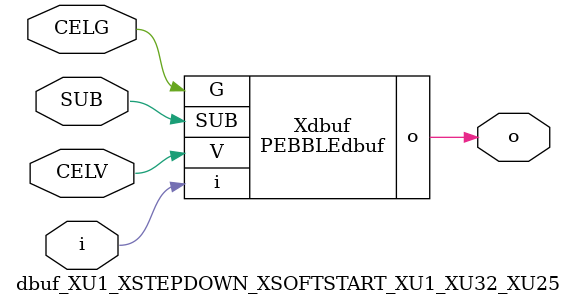
<source format=v>



module PEBBLEdbuf ( o, G, SUB, V, i );

  input V;
  input i;
  input G;
  output o;
  input SUB;
endmodule

//Celera Confidential Do Not Copy dbuf_XU1_XSTEPDOWN_XSOFTSTART_XU1_XU32_XU25
//Celera Confidential Symbol Generator
//Digital Buffer
module dbuf_XU1_XSTEPDOWN_XSOFTSTART_XU1_XU32_XU25 (CELV,CELG,i,o,SUB);
input CELV;
input CELG;
input i;
input SUB;
output o;

//Celera Confidential Do Not Copy dbuf
PEBBLEdbuf Xdbuf(
.V (CELV),
.i (i),
.o (o),
.SUB (SUB),
.G (CELG)
);
//,diesize,PEBBLEdbuf

//Celera Confidential Do Not Copy Module End
//Celera Schematic Generator
endmodule

</source>
